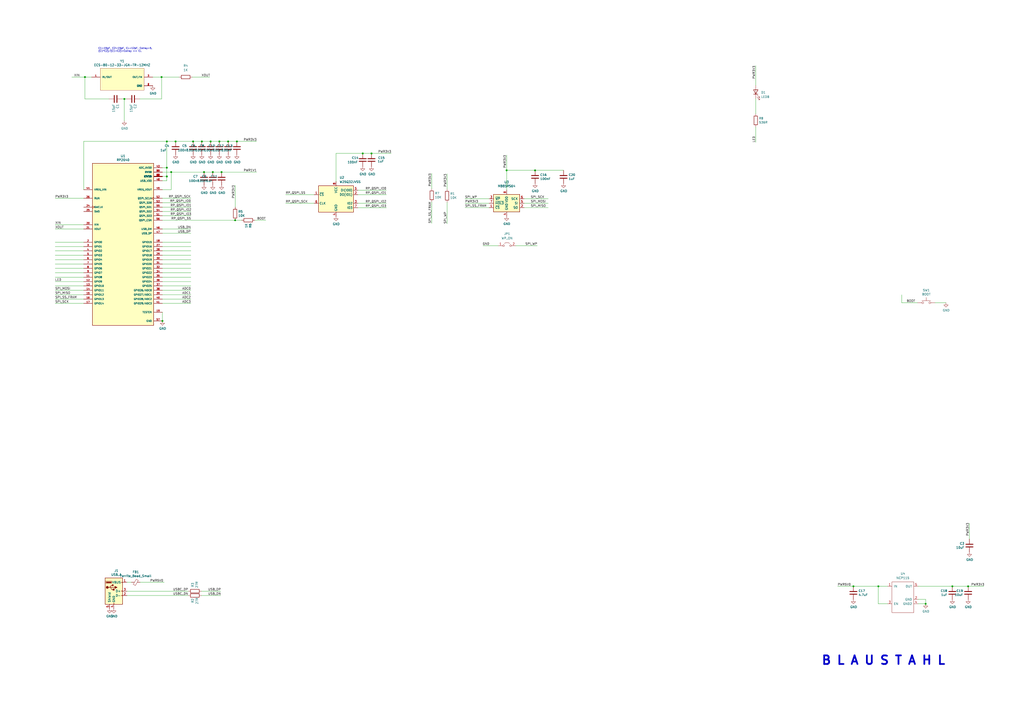
<source format=kicad_sch>
(kicad_sch (version 20231120) (generator "eeschema") (generator_version "8.0")
  (paper "A2")
  (title_block (title "Blaustahl") (date "2024-01-20") (rev "V0") (company "Copyright © 2024 Lone Dynamics Corporation"))
  (lib_symbols
    (symbol "Connector:USB_A" (pin_names (offset 1.016))
      (property "Reference" "J" (at -5.08 11.43 0))
      (property "Value" "USB_A" (at -5.08 8.89 0))
      (symbol "USB_A_0_1"
        (rectangle (start -5.08 -7.62) (end 5.08 7.62) (stroke (width 0.254)) (fill (type background)))
        (circle (center -3.81 2.159) (radius 0.635) (stroke (width 0.254)) (fill (type outline)))
        (rectangle (start -1.524 4.826) (end -4.318 5.334) (fill (type outline)))
        (rectangle (start -1.27 4.572) (end -4.572 5.842))
        (circle (center -0.635 3.429) (radius 0.381) (stroke (width 0.254)) (fill (type outline)))
        (rectangle (start -0.127 -7.62) (end 0.127 -6.858))
        (polyline (pts (xy -3.175 2.159) (xy -2.54 2.159) (xy -1.27 3.429) (xy -0.635 3.429)) (stroke (width 0.254)))
        (polyline (pts (xy -2.54 2.159) (xy -1.905 2.159) (xy -1.27 0.889) (xy 0 0.889)) (stroke (width 0.254)))
        (polyline (pts (xy 0.635 2.794) (xy 0.635 1.524) (xy 1.905 2.159) (xy 0.635 2.794)) (stroke (width 0.254)) (fill (type outline)))
        (rectangle (start 0.254 1.27) (end -0.508 0.508) (stroke (width 0.254)) (fill (type outline)))
        (rectangle (start 5.08 -2.667) (end 4.318 -2.413))
        (rectangle (start 5.08 -0.127) (end 4.318 0.127))
        (rectangle (start 5.08 4.953) (end 4.318 5.207))
      )
      (symbol "USB_A_1_1"
        (polyline (pts (xy -1.905 2.159) (xy 0.635 2.159)) (stroke (width 0.254)))
        (pin power_in line (at 7.62 5.08 180) (length 2.54) (name "VBUS") (number "1"))
        (pin bidirectional line (at 7.62 -2.54 180) (length 2.54) (name "D-") (number "2"))
        (pin bidirectional line (at 7.62 0 180) (length 2.54) (name "D+") (number "3"))
        (pin power_in line (at 0 -10.16 90) (length 2.54) (name "GND") (number "4"))
        (pin passive line (at -2.54 -10.16 90) (length 2.54) (name "Shield") (number "5"))
      )
    )
    (symbol "Device:C" (pin_numbers hide) (pin_names (offset 0.254))
      (property "Reference" "C" (at 0.635 2.54 0))
      (property "Value" "C" (at 0.635 -2.54 0))
      (symbol "C_0_1"
        (polyline (pts (xy -2.032 -0.762) (xy 2.032 -0.762)) (stroke (width 0.508)))
        (polyline (pts (xy -2.032 0.762) (xy 2.032 0.762)) (stroke (width 0.508)))
      )
      (symbol "C_1_1"
        (pin passive line (at 0 3.81 270) (length 2.794) (name "~") (number "1"))
        (pin passive line (at 0 -3.81 90) (length 2.794) (name "~") (number "2"))
      )
    )
    (symbol "Device:Ferrite_Bead_Small" (pin_numbers hide) (pin_names (offset 0))
      (property "Reference" "FB" (at 1.905 1.27 0))
      (property "Value" "Device_Ferrite_Bead_Small" (at 1.905 -1.27 0))
      (symbol "Ferrite_Bead_Small_0_1"
        (polyline (pts (xy 0 -1.27) (xy 0 -0.7874)))
        (polyline (pts (xy 0 0.889) (xy 0 1.2954)))
        (polyline (pts (xy -1.8288 0.2794) (xy -1.1176 1.4986) (xy 1.8288 -0.2032) (xy 1.1176 -1.4224) (xy -1.8288 0.2794)))
      )
      (symbol "Ferrite_Bead_Small_1_1"
        (pin passive line (at 0 2.54 270) (length 1.27) (name "~") (number "1"))
        (pin passive line (at 0 -2.54 90) (length 1.27) (name "~") (number "2"))
      )
    )
    (symbol "Device:LED" (pin_numbers hide) (pin_names (offset 1.016) hide)
      (property "Reference" "D" (at 0 2.54 0))
      (property "Value" "LED" (at 0 -2.54 0))
      (symbol "LED_0_1"
        (polyline (pts (xy -1.27 -1.27) (xy -1.27 1.27)) (stroke (width 0.254)))
        (polyline (pts (xy -1.27 0) (xy 1.27 0)))
        (polyline (pts (xy 1.27 -1.27) (xy 1.27 1.27) (xy -1.27 0) (xy 1.27 -1.27)) (stroke (width 0.254)))
        (polyline (pts (xy -3.048 -0.762) (xy -4.572 -2.286) (xy -3.81 -2.286) (xy -4.572 -2.286) (xy -4.572 -1.524)))
        (polyline (pts (xy -1.778 -0.762) (xy -3.302 -2.286) (xy -2.54 -2.286) (xy -3.302 -2.286) (xy -3.302 -1.524)))
      )
      (symbol "LED_1_1"
        (pin passive line (at -3.81 0 0) (length 2.54) (name "K") (number "1"))
        (pin passive line (at 3.81 0 180) (length 2.54) (name "A") (number "2"))
      )
    )
    (symbol "Device:R" (pin_numbers hide) (pin_names (offset 0))
      (property "Reference" "R" (at 2.032 0 90))
      (property "Value" "R" (at 0 0 90))
      (symbol "R_0_1"
        (rectangle (start -1.016 -2.54) (end 1.016 2.54) (stroke (width 0.254)))
      )
      (symbol "R_1_1"
        (pin passive line (at 0 3.81 270) (length 1.27) (name "~") (number "1"))
        (pin passive line (at 0 -3.81 90) (length 1.27) (name "~") (number "2"))
      )
    )
    (symbol "Jumper:Jumper_2_Open" (pin_names (offset 0) hide)
      (property "Reference" "JP" (at 0 2.794 0))
      (property "Value" "Jumper_2_Open" (at 0 -2.286 0))
      (symbol "Jumper_2_Open_0_0"
        (circle (center -2.032 0) (radius 0.508))
        (circle (center 2.032 0) (radius 0.508))
      )
      (symbol "Jumper_2_Open_0_1"
        (arc (start 1.524 1.27) (mid 0 1.778) (end -1.524 1.27))
      )
      (symbol "Jumper_2_Open_1_1"
        (pin passive line (at -5.08 0 0) (length 2.54) (name "A") (number "1"))
        (pin passive line (at 5.08 0 180) (length 2.54) (name "B") (number "2"))
      )
    )
    (symbol "Memory_Flash:W25Q32JVSS"
      (property "Reference" "U" (at -8.89 8.89 0))
      (property "Value" "W25Q32JVSS" (at 7.62 8.89 0))
      (symbol "W25Q32JVSS_0_1"
        (rectangle (start -10.16 7.62) (end 10.16 -7.62) (stroke (width 0.254)) (fill (type background)))
      )
      (symbol "W25Q32JVSS_1_1"
        (pin input line (at -12.7 2.54 0) (length 2.54) (name "~{CS}") (number "1"))
        (pin bidirectional line (at 12.7 2.54 180) (length 2.54) (name "DO(IO1)") (number "2"))
        (pin bidirectional line (at 12.7 -2.54 180) (length 2.54) (name "IO2") (number "3"))
        (pin power_in line (at 0 -10.16 90) (length 2.54) (name "GND") (number "4"))
        (pin bidirectional line (at 12.7 5.08 180) (length 2.54) (name "DI(IO0)") (number "5"))
        (pin input line (at -12.7 -2.54 0) (length 2.54) (name "CLK") (number "6"))
        (pin bidirectional line (at 12.7 -5.08 180) (length 2.54) (name "IO3") (number "7"))
        (pin power_in line (at 0 10.16 270) (length 2.54) (name "VCC") (number "8"))
      )
    )
    (symbol "Memory_NVRAM:MB85RS1MT" (pin_names (offset 1.016))
      (property "Reference" "U" (at -7.62 6.35 0))
      (property "Value" "MB85RS1MT" (at 1.27 6.35 0))
      (symbol "MB85RS1MT_0_1"
        (rectangle (start -7.62 5.08) (end 7.62 -5.08) (stroke (width 0.254)) (fill (type background)))
      )
      (symbol "MB85RS1MT_1_1"
        (pin input line (at -10.16 -2.54 0) (length 2.54) (name "~{CS}") (number "1"))
        (pin output line (at 10.16 -2.54 180) (length 2.54) (name "SO") (number "2"))
        (pin input line (at -10.16 2.54 0) (length 2.54) (name "~{WP}") (number "3"))
        (pin power_in line (at 0 -7.62 90) (length 2.54) (name "GND") (number "4"))
        (pin input line (at 10.16 0 180) (length 2.54) (name "SI") (number "5"))
        (pin input line (at 10.16 2.54 180) (length 2.54) (name "SCK") (number "6"))
        (pin input line (at -10.16 0 0) (length 2.54) (name "~{HOLD}") (number "7"))
        (pin power_in line (at 0 7.62 270) (length 2.54) (name "VDD") (number "8"))
      )
    )
    (symbol "Switch:SW_Push" (pin_numbers hide) (pin_names (offset 1.016) hide)
      (property "Reference" "SW" (at 1.27 2.54 0))
      (property "Value" "SW_Push" (at 0 -1.524 0))
      (symbol "SW_Push_0_1"
        (circle (center -2.032 0) (radius 0.508))
        (polyline (pts (xy 0 1.27) (xy 0 3.048)))
        (polyline (pts (xy 2.54 1.27) (xy -2.54 1.27)))
        (circle (center 2.032 0) (radius 0.508))
        (pin passive line (at -5.08 0 0) (length 2.54) (name "1") (number "1"))
        (pin passive line (at 5.08 0 180) (length 2.54) (name "2") (number "2"))
      )
    )
    (symbol "ld-crystals:ECS-80-12-33-JGN-TR" (pin_names (offset 1.016))
      (property "Reference" "Y" (at -12.7254 7.62 0))
      (property "Value" "ld-crystals_ECS-80-12-33-JGN-TR" (at -12.7254 -7.62 0))
      (symbol "ECS-80-12-33-JGN-TR_0_0"
        (rectangle (start -12.7 -5.08) (end 12.7 7.62) (stroke (width 0.127)) (fill (type background)))
        (pin bidirectional line (at -17.78 2.54 0) (length 5.08) (name "IN/OUT") (number "1"))
        (pin power_in line (at 17.78 -2.54 180) (length 5.08) (name "GND") (number "2"))
        (pin bidirectional line (at 17.78 2.54 180) (length 5.08) (name "OUT/IN") (number "3"))
        (pin power_in line (at 17.78 -2.54 180) (length 5.08) (name "GND") (number "4"))
      )
    )
    (symbol "ld-power:NCP115" (pin_names (offset 1.016))
      (property "Reference" "U" (at 0 3.81 0))
      (property "Value" "NCP115" (at 0 -3.81 0))
      (symbol "NCP115_0_1"
        (rectangle (start -6.35 2.54) (end 6.35 -15.24))
      )
      (symbol "NCP115_1_1"
        (pin bidirectional line (at -8.89 0 0) (length 2.54) (name "IN") (number "1"))
        (pin bidirectional line (at 8.89 -7.62 180) (length 2.54) (name "GND") (number "2"))
        (pin bidirectional line (at -8.89 -10.16 0) (length 2.54) (name "EN") (number "3"))
        (pin bidirectional line (at 8.89 -10.16 180) (length 2.54) (name "GND2") (number "4"))
        (pin bidirectional line (at 8.89 0 180) (length 2.54) (name "OUT") (number "5"))
      )
    )
    (symbol "power:GND" (power) (pin_names (offset 0))
      (property "Value" "GND" (at 0 -3.81 0))
      (symbol "GND_0_1"
        (polyline (pts (xy 0 0) (xy 0 -1.27) (xy 1.27 -1.27) (xy 0 -2.54) (xy -1.27 -1.27) (xy 0 -1.27)))
      )
      (symbol "GND_1_1"
        (pin power_in line (at 0 0 270) (length 0) hide (name "GND") (number "1"))
      )
    )
    (symbol "rp2040:RP2040" (pin_names (offset 1.016))
      (property "Reference" "U" (at -17.78 50.8 0))
      (property "Value" "rp2040_RP2040" (at -17.78 -48.26 0))
      (symbol "RP2040_0_0"
        (rectangle (start -17.78 -45.72) (end 17.78 48.26) (stroke (width 0.254)) (fill (type background)))
        (pin power_in line (at 22.86 40.64 180) (length 5.08) (name "IOVDD") (number "1"))
        (pin power_in line (at 22.86 40.64 180) (length 5.08) (name "IOVDD") (number "10"))
        (pin bidirectional line (at -22.86 -17.78 0) (length 5.08) (name "GPIO8") (number "11"))
        (pin bidirectional line (at -22.86 -20.32 0) (length 5.08) (name "GPIO9") (number "12"))
        (pin bidirectional line (at -22.86 -22.86 0) (length 5.08) (name "GPIO10") (number "13"))
        (pin bidirectional line (at -22.86 -25.4 0) (length 5.08) (name "GPIO11") (number "14"))
        (pin bidirectional line (at -22.86 -27.94 0) (length 5.08) (name "GPIO12") (number "15"))
        (pin bidirectional line (at -22.86 -30.48 0) (length 5.08) (name "GPIO13") (number "16"))
        (pin bidirectional line (at -22.86 -33.02 0) (length 5.08) (name "GPIO14") (number "17"))
        (pin bidirectional line (at 22.86 2.54 180) (length 5.08) (name "GPIO15") (number "18"))
        (pin passive line (at 22.86 -38.1 180) (length 5.08) (name "TESTEN") (number "19"))
        (pin bidirectional line (at -22.86 2.54 0) (length 5.08) (name "GPIO0") (number "2"))
        (pin input line (at -22.86 12.7 0) (length 5.08) (name "XIN") (number "20"))
        (pin output line (at -22.86 10.16 0) (length 5.08) (name "XOUT") (number "21"))
        (pin power_in line (at 22.86 40.64 180) (length 5.08) (name "IOVDD") (number "22"))
        (pin power_in line (at 22.86 43.18 180) (length 5.08) (name "DVDD") (number "23"))
        (pin input clock (at -22.86 22.86 0) (length 5.08) (name "SWCLK") (number "24"))
        (pin bidirectional line (at -22.86 20.32 0) (length 5.08) (name "SWD") (number "25"))
        (pin input line (at -22.86 27.94 0) (length 5.08) (name "RUN") (number "26"))
        (pin bidirectional line (at 22.86 0 180) (length 5.08) (name "GPIO16") (number "27"))
        (pin bidirectional line (at 22.86 -2.54 180) (length 5.08) (name "GPIO17") (number "28"))
        (pin bidirectional line (at 22.86 -5.08 180) (length 5.08) (name "GPIO18") (number "29"))
        (pin bidirectional line (at -22.86 0 0) (length 5.08) (name "GPIO1") (number "3"))
        (pin bidirectional line (at 22.86 -7.62 180) (length 5.08) (name "GPIO19") (number "30"))
        (pin bidirectional line (at 22.86 -10.16 180) (length 5.08) (name "GPIO20") (number "31"))
        (pin bidirectional line (at 22.86 -12.7 180) (length 5.08) (name "GPIO21") (number "32"))
        (pin power_in line (at 22.86 40.64 180) (length 5.08) (name "IOVDD") (number "33"))
        (pin bidirectional line (at 22.86 -15.24 180) (length 5.08) (name "GPIO22") (number "34"))
        (pin bidirectional line (at 22.86 -17.78 180) (length 5.08) (name "GPIO23") (number "35"))
        (pin bidirectional line (at 22.86 -20.32 180) (length 5.08) (name "GPIO24") (number "36"))
        (pin bidirectional line (at 22.86 -22.86 180) (length 5.08) (name "GPIO25") (number "37"))
        (pin bidirectional line (at 22.86 -25.4 180) (length 5.08) (name "GPIO26/ADC0") (number "38"))
        (pin bidirectional line (at 22.86 -27.94 180) (length 5.08) (name "GPIO27/ADC1") (number "39"))
        (pin bidirectional line (at -22.86 -2.54 0) (length 5.08) (name "GPIO2") (number "4"))
        (pin bidirectional line (at 22.86 -30.48 180) (length 5.08) (name "GPIO28/ADC2") (number "40"))
        (pin bidirectional line (at 22.86 -33.02 180) (length 5.08) (name "GPIO29/ADC3") (number "41"))
        (pin power_in line (at 22.86 40.64 180) (length 5.08) (name "IOVDD") (number "42"))
        (pin power_in line (at 22.86 45.72 180) (length 5.08) (name "ADC_AVDD") (number "43"))
        (pin input line (at -22.86 33.02 0) (length 5.08) (name "VREG_VIN") (number "44"))
        (pin output line (at 22.86 33.02 180) (length 5.08) (name "VREG_VOUT") (number "45"))
        (pin bidirectional line (at 22.86 10.16 180) (length 5.08) (name "USB_DM") (number "46"))
        (pin bidirectional line (at 22.86 7.62 180) (length 5.08) (name "USB_DP") (number "47"))
        (pin power_in line (at 22.86 38.1 180) (length 5.08) (name "USB_VDD") (number "48"))
        (pin power_in line (at 22.86 40.64 180) (length 5.08) (name "IOVDD") (number "49"))
        (pin bidirectional line (at -22.86 -5.08 0) (length 5.08) (name "GPIO3") (number "5"))
        (pin power_in line (at 22.86 43.18 180) (length 5.08) (name "DVDD") (number "50"))
        (pin bidirectional line (at 22.86 17.78 180) (length 5.08) (name "QSPI_SD3") (number "51"))
        (pin bidirectional clock (at 22.86 27.94 180) (length 5.08) (name "QSPI_SCLK") (number "52"))
        (pin bidirectional line (at 22.86 25.4 180) (length 5.08) (name "QSPI_SD0") (number "53"))
        (pin bidirectional line (at 22.86 20.32 180) (length 5.08) (name "QSPI_SD2") (number "54"))
        (pin bidirectional line (at 22.86 22.86 180) (length 5.08) (name "QSPI_SD1") (number "55"))
        (pin bidirectional line (at 22.86 15.24 180) (length 5.08) (name "QSPI_CSN") (number "56"))
        (pin power_in line (at 22.86 -43.18 180) (length 5.08) (name "GND") (number "57"))
        (pin bidirectional line (at -22.86 -7.62 0) (length 5.08) (name "GPIO4") (number "6"))
        (pin bidirectional line (at -22.86 -10.16 0) (length 5.08) (name "GPIO5") (number "7"))
        (pin bidirectional line (at -22.86 -12.7 0) (length 5.08) (name "GPIO6") (number "8"))
        (pin bidirectional line (at -22.86 -15.24 0) (length 5.08) (name "GPIO7") (number "9"))
      )
    )
  )
  (junction (at 49.276 44.704))
  (junction (at 93.726 44.704))
  (junction (at 561.594 340.106))
  (junction (at 112.014 82.042))
  (junction (at 293.878 98.806))
  (junction (at 136.398 127.762))
  (junction (at 127.254 82.042))
  (junction (at 101.854 82.042))
  (junction (at 310.388 98.806))
  (junction (at 122.174 82.042))
  (junction (at 552.45 340.106))
  (junction (at 99.314 99.822))
  (junction (at 118.364 99.822))
  (junction (at 96.774 82.042))
  (junction (at 94.234 186.182))
  (junction (at 215.4936 89.0016))
  (junction (at 210.4136 89.0016))
  (junction (at 117.094 82.042))
  (junction (at 128.524 99.822))
  (junction (at 123.444 99.822))
  (junction (at 96.774 97.282))
  (junction (at 509.524 340.106))
  (junction (at 132.334 82.042))
  (junction (at 72.136 57.404))
  (junction (at 137.414 82.042))
  (junction (at 536.956 350.266))
  (junction (at 495.046 340.106))
  (junction (at 96.774 102.362))
  (wire (pts (xy 48.514 109.982) (xy 48.514 82.042)))
  (wire (pts (xy 561.594 340.106) (xy 570.738 340.106)))
  (wire (pts (xy 112.014 82.042) (xy 117.094 82.042)))
  (wire (pts (xy 523.0876 175.6156) (xy 532.2316 175.6156)))
  (wire (pts (xy 326.898 98.806) (xy 310.388 98.806)))
  (wire (pts (xy 110.744 148.082) (xy 94.234 148.082)))
  (wire (pts (xy 96.774 97.282) (xy 96.774 82.042)))
  (wire (pts (xy 110.744 168.402) (xy 94.234 168.402)))
  (wire (pts (xy 94.234 109.982) (xy 99.314 109.982)))
  (wire (pts (xy 94.234 102.362) (xy 96.774 102.362)))
  (wire (pts (xy 110.744 135.382) (xy 94.234 135.382)))
  (wire (pts (xy 269.748 115.316) (xy 283.718 115.316)))
  (wire (pts (xy 137.414 82.042) (xy 148.844 82.042)))
  (wire (pts (xy 250.444 100.584) (xy 250.444 109.474)))
  (wire (pts (xy 93.726 57.404) (xy 93.726 44.704)))
  (wire (pts (xy 304.038 120.396) (xy 318.008 120.396)))
  (wire (pts (xy 210.4136 89.0016) (xy 215.4936 89.0016)))
  (wire (pts (xy 128.524 99.822) (xy 148.844 99.822)))
  (wire (pts (xy 110.744 170.942) (xy 94.234 170.942)))
  (wire (pts (xy 48.514 150.622) (xy 32.004 150.622)))
  (wire (pts (xy 110.744 153.162) (xy 94.234 153.162)))
  (wire (pts (xy 53.086 44.704) (xy 49.276 44.704)))
  (wire (pts (xy 548.7416 175.6156) (xy 542.3916 175.6156)))
  (wire (pts (xy 552.45 340.106) (xy 532.638 340.106)))
  (wire (pts (xy 532.638 350.266) (xy 536.956 350.266)))
  (wire (pts (xy 94.234 127.762) (xy 136.398 127.762)))
  (wire (pts (xy 310.388 98.806) (xy 293.878 98.806)))
  (wire (pts (xy 96.774 102.362) (xy 96.774 97.282)))
  (wire (pts (xy 96.774 104.902) (xy 96.774 102.362)))
  (wire (pts (xy 110.744 125.222) (xy 94.234 125.222)))
  (wire (pts (xy 269.748 117.856) (xy 283.718 117.856)))
  (wire (pts (xy 116.84 342.9) (xy 128.016 342.9)))
  (wire (pts (xy 136.144 107.696) (xy 136.398 107.696)))
  (wire (pts (xy 110.744 163.322) (xy 94.234 163.322)))
  (wire (pts (xy 132.334 82.042) (xy 137.414 82.042)))
  (wire (pts (xy 48.514 140.462) (xy 32.004 140.462)))
  (wire (pts (xy 561.594 340.106) (xy 552.45 340.106)))
  (wire (pts (xy 110.744 132.842) (xy 94.234 132.842)))
  (wire (pts (xy 123.444 99.822) (xy 128.524 99.822)))
  (wire (pts (xy 495.046 340.106) (xy 509.524 340.106)))
  (wire (pts (xy 81.28 337.82) (xy 95.25 337.82)))
  (wire (pts (xy 299.212 142.494) (xy 311.658 142.494)))
  (wire (pts (xy 48.514 132.842) (xy 32.004 132.842)))
  (wire (pts (xy 110.744 176.022) (xy 94.234 176.022)))
  (wire (pts (xy 536.956 347.726) (xy 536.956 350.266)))
  (wire (pts (xy 96.774 82.042) (xy 101.854 82.042)))
  (wire (pts (xy 523.0876 171.0436) (xy 523.0876 175.6156)))
  (wire (pts (xy 94.234 99.822) (xy 99.314 99.822)))
  (wire (pts (xy 194.9196 89.0016) (xy 194.9196 105.2576)))
  (wire (pts (xy 48.514 155.702) (xy 32.004 155.702)))
  (wire (pts (xy 438.404 82.55) (xy 438.404 73.66)))
  (wire (pts (xy 72.136 57.404) (xy 70.866 57.404)))
  (wire (pts (xy 509.524 350.266) (xy 509.524 340.106)))
  (wire (pts (xy 110.744 117.602) (xy 94.234 117.602)))
  (wire (pts (xy 49.276 57.404) (xy 49.276 44.704)))
  (wire (pts (xy 48.514 173.482) (xy 32.004 173.482)))
  (wire (pts (xy 269.748 120.396) (xy 283.718 120.396)))
  (wire (pts (xy 293.878 89.916) (xy 293.878 98.806)))
  (wire (pts (xy 48.514 143.002) (xy 32.004 143.002)))
  (wire (pts (xy 110.744 143.002) (xy 94.234 143.002)))
  (wire (pts (xy 48.514 82.042) (xy 96.774 82.042)))
  (wire (pts (xy 136.398 107.696) (xy 136.398 120.142)))
  (wire (pts (xy 72.136 57.404) (xy 72.136 70.104)))
  (wire (pts (xy 110.744 158.242) (xy 94.234 158.242)))
  (wire (pts (xy 224.1296 110.3376) (xy 207.6196 110.3376)))
  (wire (pts (xy 99.314 109.982) (xy 99.314 99.822)))
  (wire (pts (xy 41.656 44.704) (xy 49.276 44.704)))
  (wire (pts (xy 93.726 44.704) (xy 88.646 44.704)))
  (wire (pts (xy 48.514 148.082) (xy 32.004 148.082)))
  (wire (pts (xy 111.506 44.704) (xy 121.666 44.704)))
  (wire (pts (xy 224.1296 117.9576) (xy 207.6196 117.9576)))
  (wire (pts (xy 110.744 150.622) (xy 94.234 150.622)))
  (wire (pts (xy 48.514 145.542) (xy 32.004 145.542)))
  (wire (pts (xy 485.902 340.106) (xy 495.046 340.106)))
  (wire (pts (xy 304.038 117.856) (xy 318.008 117.856)))
  (wire (pts (xy 127.254 82.042) (xy 132.334 82.042)))
  (wire (pts (xy 48.514 165.862) (xy 32.004 165.862)))
  (wire (pts (xy 224.1296 112.8776) (xy 207.6196 112.8776)))
  (wire (pts (xy 304.038 115.316) (xy 318.008 115.316)))
  (wire (pts (xy 110.744 140.462) (xy 94.234 140.462)))
  (wire (pts (xy 32.004 115.062) (xy 48.514 115.062)))
  (wire (pts (xy 438.404 49.53) (xy 438.404 38.1)))
  (wire (pts (xy 110.744 173.482) (xy 94.234 173.482)))
  (wire (pts (xy 73.406 57.404) (xy 72.136 57.404)))
  (wire (pts (xy 259.334 117.348) (xy 259.334 129.794)))
  (wire (pts (xy 182.2196 112.8776) (xy 165.7096 112.8776)))
  (wire (pts (xy 116.84 345.44) (xy 128.016 345.44)))
  (wire (pts (xy 293.878 98.806) (xy 293.878 110.236)))
  (wire (pts (xy 194.9196 89.0016) (xy 210.4136 89.0016)))
  (wire (pts (xy 110.744 145.542) (xy 94.234 145.542)))
  (wire (pts (xy 154.178 127.762) (xy 147.828 127.762)))
  (wire (pts (xy 117.094 82.042) (xy 122.174 82.042)))
  (wire (pts (xy 509.524 340.106) (xy 514.858 340.106)))
  (wire (pts (xy 562.356 312.674) (xy 562.356 303.53)))
  (wire (pts (xy 438.404 66.04) (xy 438.404 57.15)))
  (wire (pts (xy 110.744 155.702) (xy 94.234 155.702)))
  (wire (pts (xy 182.2196 117.9576) (xy 165.7096 117.9576)))
  (wire (pts (xy 110.744 120.142) (xy 94.234 120.142)))
  (wire (pts (xy 101.854 82.042) (xy 112.014 82.042)))
  (wire (pts (xy 118.364 99.822) (xy 123.444 99.822)))
  (wire (pts (xy 94.234 97.282) (xy 96.774 97.282)))
  (wire (pts (xy 73.66 337.82) (xy 76.2 337.82)))
  (wire (pts (xy 48.514 170.942) (xy 32.004 170.942)))
  (wire (pts (xy 48.514 160.782) (xy 32.004 160.782)))
  (wire (pts (xy 48.514 176.022) (xy 32.004 176.022)))
  (wire (pts (xy 73.66 345.44) (xy 109.22 345.44)))
  (wire (pts (xy 99.314 99.822) (xy 118.364 99.822)))
  (wire (pts (xy 73.66 342.9) (xy 109.22 342.9)))
  (wire (pts (xy 110.744 122.682) (xy 94.234 122.682)))
  (wire (pts (xy 224.1296 120.4976) (xy 207.6196 120.4976)))
  (wire (pts (xy 259.334 100.838) (xy 259.334 109.728)))
  (wire (pts (xy 94.234 104.902) (xy 96.774 104.902)))
  (wire (pts (xy 48.514 153.162) (xy 32.004 153.162)))
  (wire (pts (xy 532.638 347.726) (xy 536.956 347.726)))
  (wire (pts (xy 48.514 130.302) (xy 32.004 130.302)))
  (wire (pts (xy 110.744 160.782) (xy 94.234 160.782)))
  (wire (pts (xy 110.744 115.062) (xy 94.234 115.062)))
  (wire (pts (xy 514.858 350.266) (xy 509.524 350.266)))
  (wire (pts (xy 48.514 163.322) (xy 32.004 163.322)))
  (wire (pts (xy 48.514 168.402) (xy 32.004 168.402)))
  (wire (pts (xy 63.246 57.404) (xy 49.276 57.404)))
  (wire (pts (xy 280.162 142.494) (xy 289.052 142.494)))
  (wire (pts (xy 122.174 82.042) (xy 127.254 82.042)))
  (wire (pts (xy 93.726 44.704) (xy 103.886 44.704)))
  (wire (pts (xy 94.234 181.102) (xy 94.234 186.182)))
  (wire (pts (xy 48.514 158.242) (xy 32.004 158.242)))
  (wire (pts (xy 81.026 57.404) (xy 93.726 57.404)))
  (wire (pts (xy 250.444 117.094) (xy 250.444 129.54)))
  (wire (pts (xy 136.398 127.762) (xy 140.208 127.762)))
  (wire (pts (xy 110.744 165.862) (xy 94.234 165.862)))
  (wire (pts (xy 215.4936 89.0016) (xy 226.9236 89.0016)))
  (text "C1=15pF, C2=15pF, CL=12pF, Cstray=5,\n(C1*C2)/(C1+C2)+Cstray == CL" (at 56.9976 30.3276 0) (effects (font (size 0.9906 0.9906)) (justify left bottom)))
  (text "B L A U S T A H L" (at 476.25 386.08 0) (effects (font (size 5 5) (thickness 1) (bold yes)) (justify left bottom)))
  (label "SPI_SS_FRAM" (at 32.004 173.482 0))
  (label "SPI_WP" (at 311.658 142.494 180))
  (label "USB_DP" (at 120.65 342.9 0))
  (label "PWR3V3" (at 562.356 310.896 90))
  (label "PWR5V0" (at 485.902 340.106 0))
  (label "XOUT" (at 116.84 44.704 0))
  (label "RP_QSPI_SCK" (at 165.7096 117.9576 0))
  (label "PWR3V3" (at 293.878 97.536 90))
  (label "PWR5V0" (at 94.742 337.82 180))
  (label "PWR3V3" (at 141.224 82.042 0))
  (label "BOOT" (at 149.098 127.762 0))
  (label "GND" (at 283.972 142.494 180))
  (label "PWR3V3" (at 259.334 108.458 90))
  (label "SPI_MISO" (at 32.004 170.942 0))
  (label "SPI_SCK" (at 32.004 176.022 0))
  (label "RP_QSPI_SS" (at 99.314 127.762 0))
  (label "RP_QSPI_IO2" (at 211.9376 117.9576 0))
  (label "XIN" (at 42.926 44.704 0))
  (label "ADC1" (at 105.664 170.942 0))
  (label "USB_DN" (at 120.65 345.44 0))
  (label "PWR3V3" (at 136.398 115.062 90))
  (label "RP_QSPI_IO1" (at 211.9376 112.8776 0))
  (label "LED" (at 32.004 163.322 0))
  (label "USB_DP" (at 103.124 135.382 0))
  (label "PWR3V3" (at 32.004 115.062 0))
  (label "RP_QSPI_SS" (at 165.7096 112.8776 0))
  (label "SPI_MISO" (at 307.848 120.396 0))
  (label "PWR3V3" (at 250.444 108.204 90))
  (label "XOUT" (at 32.004 132.842 0))
  (label "SPI_SS_FRAM" (at 269.748 120.396 0))
  (label "RP_QSPI_IO3" (at 211.9376 120.4976 0))
  (label "PWR3V3" (at 219.3036 89.0016 0))
  (label "USB_DN" (at 103.124 132.842 0))
  (label "PWR3V3" (at 269.748 117.856 0))
  (label "SPI_SS_FRAM" (at 250.444 129.54 90))
  (label "SPI_WP" (at 269.748 115.316 0))
  (label "USBC_DN" (at 100.33 345.44 0))
  (label "ADC3" (at 105.664 176.022 0))
  (label "BOOT" (at 525.8816 175.6156 0))
  (label "RP_QSPI_SCK" (at 97.79 115.062 0))
  (label "USBC_DP" (at 100.33 342.9 0))
  (label "PWR3V3" (at 438.404 45.72 90))
  (label "RP_QSPI_IO3" (at 98.806 125.222 0))
  (label "XIN" (at 32.004 130.302 0))
  (label "SPI_MOSI" (at 32.004 168.402 0))
  (label "PWR3V3" (at 563.372 340.106 0))
  (label "SPI_SCK" (at 307.848 115.316 0))
  (label "ADC0" (at 105.664 168.402 0))
  (label "SPI_MOSI" (at 307.848 117.856 0))
  (label "PWR1V1" (at 141.224 99.822 0))
  (label "RP_QSPI_IO2" (at 98.806 122.682 0))
  (label "RP_QSPI_IO0" (at 211.9376 110.3376 0))
  (label "ADC2" (at 105.664 173.482 0))
  (label "RP_QSPI_IO0" (at 98.552 117.602 0))
  (label "LED" (at 438.404 82.55 90))
  (label "SPI_WP" (at 259.334 129.794 90))
  (label "RP_QSPI_IO1" (at 98.806 120.142 0))
  (symbol (lib_id "Device:Ferrite_Bead_Small") (at 78.74 337.82 270) (unit 1)
    (property "Reference" "FB1" (at 78.74 331.8002 90))
    (property "Value" "Ferrite_Bead_Small" (at 78.74 334.1116 90))
    (property "Footprint" "Resistor_SMD:R_0402_1005Metric" (effects (hide yes)))
  )
  (symbol (lib_id "Memory_NVRAM:MB85RS1MT") (at 293.878 117.856 0) (unit 1)
    (property "Reference" "U3" (at 293.878 105.6386 0))
    (property "Value" "MB85RS64" (at 293.878 107.95 0))
    (property "Footprint" "Package_SO:SOIC-8_3.9x4.9mm_P1.27mm" (effects (hide yes)))
    (property "Datasheet" "http://www.fujitsu.com/downloads/MICRO/fsa/pdf/products/memory/fram/MB85RS16-DS501-00014-6v0-E.pdf" (effects (hide yes)))
  )
  (symbol (lib_id "power:GND") (at 310.388 106.426 0) (unit 1)
    (property "Reference" "#PWR021" (effects (hide yes)))
    (property "Value" "GND" (at 310.515 110.8202 0))
  )
  (symbol (lib_id "Device:C") (at 310.388 102.616 0) (unit 1)
    (property "Reference" "C16" (at 313.309 101.4476 0) (effects (justify left)))
    (property "Value" "100nF" (at 313.309 103.759 0) (effects (justify left)))
    (property "Footprint" "Capacitor_SMD:C_0402_1005Metric" (effects (hide yes)))
  )
  (symbol (lib_id "power:GND") (at 293.878 125.476 0) (unit 1)
    (property "Reference" "#PWR020" (effects (hide yes)))
    (property "Value" "GND" (at 294.005 129.8702 0))
  )
  (symbol (lib_id "Connector:USB_A") (at 66.04 342.9 0) (unit 1)
    (property "Reference" "J1" (at 67.4878 331.0382 0))
    (property "Value" "USB_A" (at 67.4878 333.3496 0))
    (property "Footprint" "Connector_USB:USB_A_CNCTech_1001-011-01101_Horizontal" (effects (hide yes)))
    (property "Datasheet" " ~" (effects (hide yes)))
  )
  (symbol (lib_id "power:GND") (at 66.04 353.06 0) (unit 1)
    (property "Reference" "#PWR02" (effects (hide yes)))
    (property "Value" "GND" (at 66.167 357.4542 0))
  )
  (symbol (lib_id "power:GND") (at 63.5 353.06 0) (unit 1)
    (property "Reference" "#PWR01" (effects (hide yes)))
    (property "Value" "GND" (at 63.627 357.4542 0))
  )
  (symbol (lib_id "Device:C") (at 77.216 57.404 270) (unit 1)
    (property "Reference" "C2" (at 78.3844 60.325 0) (effects (justify left)))
    (property "Value" "15pF" (at 76.073 60.325 0) (effects (justify left)))
    (property "Footprint" "Capacitor_SMD:C_0402_1005Metric" (effects (hide yes)))
  )
  (symbol (lib_id "Device:C") (at 67.056 57.404 270) (unit 1)
    (property "Reference" "C1" (at 68.2244 60.325 0) (effects (justify left)))
    (property "Value" "15pF" (at 65.913 60.325 0) (effects (justify left)))
    (property "Footprint" "Capacitor_SMD:C_0402_1005Metric" (effects (hide yes)))
  )
  (symbol (lib_id "power:GND") (at 72.136 70.104 0) (unit 1)
    (property "Reference" "#PWR03" (effects (hide yes)))
    (property "Value" "GND" (at 72.263 74.4982 0))
  )
  (symbol (lib_id "ld-crystals:ECS-80-12-33-JGN-TR") (at 70.866 47.244 0) (unit 1)
    (property "Reference" "Y1" (at 70.866 35.433 0))
    (property "Value" "ECS-80-12-33-JGN-TR-12MHZ" (at 70.866 37.7444 0))
    (property "Footprint" "LD-CRYSTALS:XTAL_ECS-240-8-33-AGN-TR" (effects (hide yes)))
    (property "MF" "ECS INC" (effects (hide yes)))
    (property "DESCRIPTION" "The sub miniature ECX-32 is a compact SMD Crystal." (effects (hide yes)))
    (property "MP" "ECX-32" (effects (hide yes)))
    (property "STANDARD" "Manufacturer recommendations" (effects (hide yes)))
    (property "AVAILABILITY" "Good" (effects (hide yes)))
    (property "PACKAGE" "SMD-4 ECX" (effects (hide yes)))
  )
  (symbol (lib_id "power:GND") (at 88.646 49.784 0) (unit 1)
    (property "Reference" "#PWR04" (effects (hide yes)))
    (property "Value" "GND" (at 88.773 54.1782 0))
  )
  (symbol (lib_id "Switch:SW_Push") (at 537.3116 175.6156 0) (unit 1)
    (property "Reference" "SW1" (at 537.3116 168.3766 0))
    (property "Value" "BOOT" (at 537.3116 170.688 0))
    (property "Footprint" "LD-SWITCH:Button_2P_3x4mm" (effects (hide yes)))
  )
  (symbol (lib_id "Device:R") (at 144.018 127.762 270) (unit 1)
    (property "Reference" "R6" (at 145.1864 129.54 0) (effects (justify left)))
    (property "Value" "1K" (at 142.875 129.54 0) (effects (justify left)))
    (property "Footprint" "Resistor_SMD:R_0402_1005Metric" (effects (hide yes)))
  )
  (symbol (lib_id "power:GND") (at 548.7416 175.6156 0) (unit 1)
    (property "Reference" "#PWR026" (effects (hide yes)))
    (property "Value" "GND" (at 548.8686 180.0098 0))
  )
  (symbol (lib_id "power:GND") (at 137.414 89.662 0) (unit 1)
    (property "Reference" "#PWR016" (effects (hide yes)))
    (property "Value" "GND" (at 137.541 94.0562 0))
  )
  (symbol (lib_id "Device:R") (at 259.334 113.538 0) (unit 1)
    (property "Reference" "R1" (at 261.112 112.3696 0) (effects (justify left)))
    (property "Value" "10K" (at 261.112 114.681 0) (effects (justify left)))
    (property "Footprint" "Resistor_SMD:R_0402_1005Metric" (effects (hide yes)))
  )
  (symbol (lib_id "power:GND") (at 122.174 89.662 0) (unit 1)
    (property "Reference" "#PWR011" (effects (hide yes)))
    (property "Value" "GND" (at 122.301 94.0562 0))
  )
  (symbol (lib_id "Device:R") (at 438.404 69.85 0) (unit 1)
    (property "Reference" "R8" (at 440.182 68.6816 0) (effects (justify left)))
    (property "Value" "536R" (at 440.182 70.993 0) (effects (justify left)))
    (property "Footprint" "Resistor_SMD:R_0402_1005Metric" (effects (hide yes)))
  )
  (symbol (lib_id "Device:R") (at 250.444 113.284 0) (unit 1)
    (property "Reference" "R7" (at 252.222 112.1156 0) (effects (justify left)))
    (property "Value" "10K" (at 252.222 114.427 0) (effects (justify left)))
    (property "Footprint" "Resistor_SMD:R_0402_1005Metric" (effects (hide yes)))
  )
  (symbol (lib_id "power:GND") (at 127.254 89.662 0) (unit 1)
    (property "Reference" "#PWR013" (effects (hide yes)))
    (property "Value" "GND" (at 127.381 94.0562 0))
  )
  (symbol (lib_id "power:GND") (at 561.594 347.726 0) (unit 1)
    (property "Reference" "#PWR028" (effects (hide yes)))
    (property "Value" "GND" (at 561.721 352.1202 0))
  )
  (symbol (lib_id "Device:C") (at 123.444 103.632 0) (unit 1)
    (property "Reference" "C9" (at 117.094 102.362 0) (effects (justify left)))
    (property "Value" "100nF" (at 114.554 104.902 0) (effects (justify left)))
    (property "Footprint" "Capacitor_SMD:C_0402_1005Metric" (effects (hide yes)))
  )
  (symbol (lib_id "Jumper:Jumper_2_Open") (at 294.132 142.494 0) (unit 1)
    (property "Reference" "JP1" (at 294.132 135.636 0))
    (property "Value" "WP_ON" (at 294.132 138.176 0))
    (property "Footprint" "Jumper:SolderJumper-2_P1.3mm_Open_Pad1.0x1.5mm" (effects (hide yes)))
  )
  (symbol (lib_id "Memory_Flash:W25Q32JVSS") (at 194.9196 115.4176 0) (unit 1)
    (property "Reference" "U2" (at 196.939 102.9716 0) (effects (justify left)))
    (property "Value" "W25Q32JVSS" (at 196.939 105.5116 0) (effects (justify left)))
    (property "Footprint" "Package_SO:SOIC-8_3.9x4.9mm_P1.27mm" (effects (hide yes)))
    (property "Datasheet" "http://www.winbond.com/resource-files/w25q32jv%20revg%2003272018%20plus.pdf" (effects (hide yes)))
  )
  (symbol (lib_id "Device:C") (at 118.364 103.632 0) (unit 1)
    (property "Reference" "C7" (at 112.014 102.362 0) (effects (justify left)))
    (property "Value" "100nF" (at 109.474 104.902 0) (effects (justify left)))
    (property "Footprint" "Capacitor_SMD:C_0402_1005Metric" (effects (hide yes)))
  )
  (symbol (lib_id "power:GND") (at 536.956 350.266 0) (unit 1)
    (property "Reference" "#PWR024" (effects (hide yes)))
    (property "Value" "GND" (at 537.083 354.6602 0))
  )
  (symbol (lib_id "ld-power:NCP115") (at 523.748 340.106 0) (unit 1)
    (property "Reference" "U4" (at 523.748 332.74 0))
    (property "Value" "NCP115" (at 523.748 335.28 0))
    (property "Footprint" "Package_SO:TSOP-5_1.65x3.05mm_P0.95mm" (effects (hide yes)))
  )
  (symbol (lib_id "Device:C") (at 137.414 85.852 0) (unit 1)
    (property "Reference" "C13" (at 131.064 84.582 0) (effects (justify left)))
    (property "Value" "100nF" (at 128.524 87.122 0) (effects (justify left)))
    (property "Footprint" "Capacitor_SMD:C_0402_1005Metric" (effects (hide yes)))
  )
  (symbol (lib_id "Device:C") (at 132.334 85.852 0) (unit 1)
    (property "Reference" "C12" (at 125.984 84.582 0) (effects (justify left)))
    (property "Value" "100nF" (at 123.444 87.122 0) (effects (justify left)))
    (property "Footprint" "Capacitor_SMD:C_0402_1005Metric" (effects (hide yes)))
  )
  (symbol (lib_id "power:GND") (at 101.854 89.662 0) (unit 1)
    (property "Reference" "#PWR07" (effects (hide yes)))
    (property "Value" "GND" (at 101.981 94.0562 0))
  )
  (symbol (lib_id "power:GND") (at 117.094 89.662 0) (unit 1)
    (property "Reference" "#PWR09" (effects (hide yes)))
    (property "Value" "GND" (at 117.221 94.0562 0))
  )
  (symbol (lib_id "Device:R") (at 107.696 44.704 90) (unit 1)
    (property "Reference" "R4" (at 107.696 38.1 90))
    (property "Value" "1K" (at 107.696 40.64 90))
    (property "Footprint" "Resistor_SMD:R_0402_1005Metric" (effects (hide yes)))
  )
  (symbol (lib_id "power:GND") (at 210.4136 96.6216 0) (unit 1)
    (property "Reference" "#PWR018" (effects (hide yes)))
    (property "Value" "GND" (at 210.5406 101.0158 0))
  )
  (symbol (lib_id "power:GND") (at 215.4936 96.6216 0) (unit 1)
    (property "Reference" "#PWR019" (effects (hide yes)))
    (property "Value" "GND" (at 215.6206 101.0158 0))
  )
  (symbol (lib_id "Device:C") (at 562.356 316.484 0) (mirror y) (unit 1)
    (property "Reference" "C3" (at 559.435 315.3156 0) (effects (justify left)))
    (property "Value" "10uF" (at 559.435 317.627 0) (effects (justify left)))
    (property "Footprint" "Capacitor_SMD:C_0402_1005Metric" (effects (hide yes)))
  )
  (symbol (lib_id "Device:C") (at 210.4136 92.8116 0) (unit 1)
    (property "Reference" "C14" (at 204.0636 91.5416 0) (effects (justify left)))
    (property "Value" "100nF" (at 201.5236 94.0816 0) (effects (justify left)))
    (property "Footprint" "Capacitor_SMD:C_0402_1005Metric" (effects (hide yes)))
  )
  (symbol (lib_id "Device:R") (at 113.03 345.44 90) (unit 1)
    (property "Reference" "R2" (at 111.76 349.758 0) (effects (justify left)))
    (property "Value" "27R" (at 114.3 350.52 0) (effects (justify left)))
    (property "Footprint" "Resistor_SMD:R_0402_1005Metric" (effects (hide yes)))
  )
  (symbol (lib_id "Device:C") (at 215.4936 92.8116 0) (unit 1)
    (property "Reference" "C15" (at 219.3036 91.5416 0) (effects (justify left)))
    (property "Value" "1uF" (at 219.0496 93.5736 0) (effects (justify left)))
    (property "Footprint" "Capacitor_SMD:C_0402_1005Metric" (effects (hide yes)))
  )
  (symbol (lib_id "power:GND") (at 94.234 186.182 0) (unit 1)
    (property "Reference" "#PWR05" (effects (hide yes)))
    (property "Value" "GND" (at 94.361 190.5762 0))
  )
  (symbol (lib_id "Device:C") (at 127.254 85.852 0) (unit 1)
    (property "Reference" "C10" (at 120.904 84.582 0) (effects (justify left)))
    (property "Value" "100nF" (at 118.364 87.122 0) (effects (justify left)))
    (property "Footprint" "Capacitor_SMD:C_0402_1005Metric" (effects (hide yes)))
  )
  (symbol (lib_id "Device:C") (at 112.014 85.852 0) (unit 1)
    (property "Reference" "C5" (at 105.664 84.582 0) (effects (justify left)))
    (property "Value" "100nF" (at 103.124 87.122 0) (effects (justify left)))
    (property "Footprint" "Capacitor_SMD:C_0402_1005Metric" (effects (hide yes)))
  )
  (symbol (lib_id "Device:C") (at 326.898 102.616 0) (unit 1)
    (property "Reference" "C20" (at 329.819 101.4476 0) (effects (justify left)))
    (property "Value" "1uF" (at 329.819 103.759 0) (effects (justify left)))
    (property "Footprint" "Capacitor_SMD:C_0402_1005Metric" (effects (hide yes)))
  )
  (symbol (lib_id "power:GND") (at 123.444 107.442 0) (unit 1)
    (property "Reference" "#PWR012" (effects (hide yes)))
    (property "Value" "GND" (at 123.571 111.8362 0))
  )
  (symbol (lib_id "power:GND") (at 132.334 89.662 0) (unit 1)
    (property "Reference" "#PWR015" (effects (hide yes)))
    (property "Value" "GND" (at 132.461 94.0562 0))
  )
  (symbol (lib_id "power:GND") (at 326.898 106.426 0) (unit 1)
    (property "Reference" "#PWR0101" (effects (hide yes)))
    (property "Value" "GND" (at 327.025 110.8202 0))
  )
  (symbol (lib_id "power:GND") (at 495.046 347.726 0) (unit 1)
    (property "Reference" "#PWR022" (effects (hide yes)))
    (property "Value" "GND" (at 495.173 352.1202 0))
  )
  (symbol (lib_id "power:GND") (at 118.364 107.442 0) (unit 1)
    (property "Reference" "#PWR010" (effects (hide yes)))
    (property "Value" "GND" (at 118.491 111.8362 0))
  )
  (symbol (lib_id "power:GND") (at 128.524 107.442 0) (unit 1)
    (property "Reference" "#PWR014" (effects (hide yes)))
    (property "Value" "GND" (at 128.651 111.8362 0))
  )
  (symbol (lib_id "Device:C") (at 552.45 343.916 0) (mirror y) (unit 1)
    (property "Reference" "C18" (at 549.529 342.7476 0) (effects (justify left)))
    (property "Value" "1uF" (at 549.529 345.059 0) (effects (justify left)))
    (property "Footprint" "Capacitor_SMD:C_0402_1005Metric" (effects (hide yes)))
  )
  (symbol (lib_id "Device:C") (at 117.094 85.852 0) (unit 1)
    (property "Reference" "C6" (at 110.744 84.582 0) (effects (justify left)))
    (property "Value" "100nF" (at 108.204 87.122 0) (effects (justify left)))
    (property "Footprint" "Capacitor_SMD:C_0402_1005Metric" (effects (hide yes)))
  )
  (symbol (lib_id "power:GND") (at 562.356 320.294 0) (unit 1)
    (property "Reference" "#PWR0102" (effects (hide yes)))
    (property "Value" "GND" (at 562.483 324.6882 0))
  )
  (symbol (lib_id "Device:C") (at 561.594 343.916 0) (mirror y) (unit 1)
    (property "Reference" "C19" (at 558.673 342.7476 0) (effects (justify left)))
    (property "Value" "10uF" (at 558.673 345.059 0) (effects (justify left)))
    (property "Footprint" "Capacitor_SMD:C_0402_1005Metric" (effects (hide yes)))
  )
  (symbol (lib_id "Device:R") (at 136.398 123.952 0) (unit 1)
    (property "Reference" "R5" (at 138.176 122.7836 0) (effects (justify left)))
    (property "Value" "10K" (at 138.176 125.095 0) (effects (justify left)))
    (property "Footprint" "Resistor_SMD:R_0402_1005Metric" (effects (hide yes)))
  )
  (symbol (lib_id "rp2040:RP2040") (at 71.374 143.002 0) (unit 1)
    (property "Reference" "U1" (at 71.374 90.5002 0))
    (property "Value" "RP2040" (at 71.374 92.8116 0))
    (property "Footprint" "LD-MCUS:RP2040-QFN-56-OFFICIAL" (effects (hide yes)))
    (property "MANUFACTURER" "Raspberry Pi" (effects (hide yes)))
    (property "STANDARD" "IPC 7351B" (effects (hide yes)))
    (property "PARTREV" "1.6.1" (effects (hide yes)))
    (property "MAXIMUM_PACKAGE_HEIGHT" "0.9 mm" (effects (hide yes)))
  )
  (symbol (lib_id "power:GND") (at 552.45 347.726 0) (unit 1)
    (property "Reference" "#PWR027" (effects (hide yes)))
    (property "Value" "GND" (at 552.577 352.1202 0))
  )
  (symbol (lib_id "Device:C") (at 101.854 85.852 0) (unit 1)
    (property "Reference" "C4" (at 95.504 84.582 0) (effects (justify left)))
    (property "Value" "1uF" (at 92.964 87.122 0) (effects (justify left)))
    (property "Footprint" "Capacitor_SMD:C_0402_1005Metric" (effects (hide yes)))
  )
  (symbol (lib_id "power:GND") (at 112.014 89.662 0) (unit 1)
    (property "Reference" "#PWR08" (effects (hide yes)))
    (property "Value" "GND" (at 112.141 94.0562 0))
  )
  (symbol (lib_id "Device:C") (at 128.524 103.632 0) (unit 1)
    (property "Reference" "C11" (at 122.174 102.362 0) (effects (justify left)))
    (property "Value" "1uF" (at 119.634 104.902 0) (effects (justify left)))
    (property "Footprint" "Capacitor_SMD:C_0402_1005Metric" (effects (hide yes)))
  )
  (symbol (lib_id "Device:LED") (at 438.404 53.34 90) (unit 1)
    (property "Reference" "D1" (at 441.452 53.6574 90) (effects (justify right)))
    (property "Value" "LEDB" (at 441.452 56.1974 90) (effects (justify right)))
    (property "Footprint" "LED_SMD:LED_0603_1608Metric" (effects (hide yes)))
  )
  (symbol (lib_id "Device:C") (at 495.046 343.916 0) (unit 1)
    (property "Reference" "C17" (at 497.967 342.7476 0) (effects (justify left)))
    (property "Value" "4.7uF" (at 497.967 345.059 0) (effects (justify left)))
    (property "Footprint" "Capacitor_SMD:C_0402_1005Metric" (effects (hide yes)))
  )
  (symbol (lib_id "Device:R") (at 113.03 342.9 90) (unit 1)
    (property "Reference" "R3" (at 111.76 340.614 0) (effects (justify left)))
    (property "Value" "27R" (at 114.173 341.122 0) (effects (justify left)))
    (property "Footprint" "Resistor_SMD:R_0402_1005Metric" (effects (hide yes)))
  )
  (symbol (lib_id "power:GND") (at 194.9196 125.5776 0) (unit 1)
    (property "Reference" "#PWR017" (effects (hide yes)))
    (property "Value" "GND" (at 195.0466 129.9718 0))
  )
  (symbol (lib_id "Device:C") (at 122.174 85.852 0) (unit 1)
    (property "Reference" "C8" (at 115.824 84.582 0) (effects (justify left)))
    (property "Value" "100nF" (at 113.284 87.122 0) (effects (justify left)))
    (property "Footprint" "Capacitor_SMD:C_0402_1005Metric" (effects (hide yes)))
  )
)
</source>
